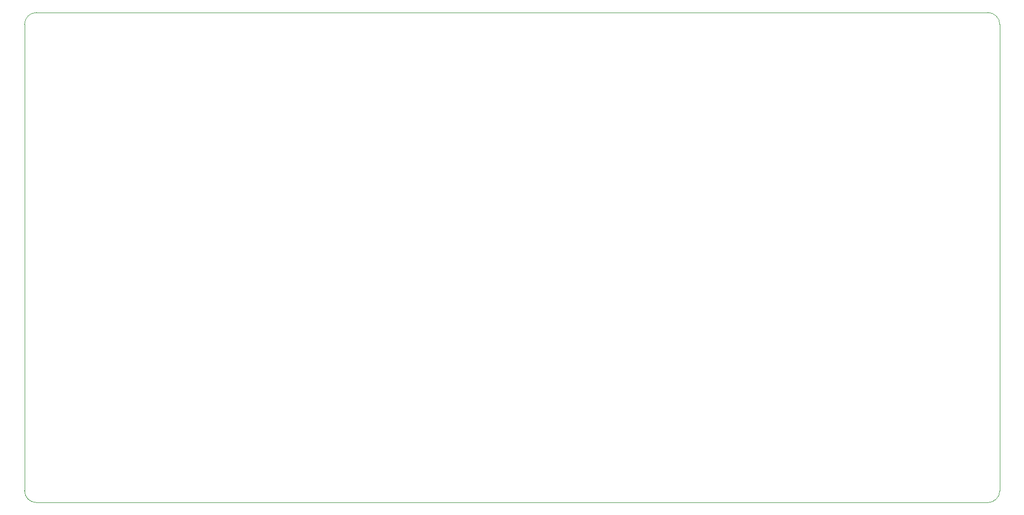
<source format=gbr>
%TF.GenerationSoftware,KiCad,Pcbnew,8.0.6*%
%TF.CreationDate,2025-04-15T16:38:21+01:00*%
%TF.ProjectId,PicoSynth,5069636f-5379-46e7-9468-2e6b69636164,rev?*%
%TF.SameCoordinates,Original*%
%TF.FileFunction,Profile,NP*%
%FSLAX46Y46*%
G04 Gerber Fmt 4.6, Leading zero omitted, Abs format (unit mm)*
G04 Created by KiCad (PCBNEW 8.0.6) date 2025-04-15 16:38:21*
%MOMM*%
%LPD*%
G01*
G04 APERTURE LIST*
%TA.AperFunction,Profile*%
%ADD10C,0.050000*%
%TD*%
G04 APERTURE END LIST*
D10*
X207822800Y-113316000D02*
G75*
G02*
X205822800Y-115316000I-2000000J0D01*
G01*
X207822800Y-113316000D02*
X207822800Y-34893000D01*
X205822800Y-32893000D02*
G75*
G02*
X207822800Y-34893000I0J-2000000D01*
G01*
X45815000Y-115316000D02*
G75*
G02*
X43815000Y-113316000I0J2000000D01*
G01*
X45815000Y-115316000D02*
X205822800Y-115316000D01*
X45815000Y-32893000D02*
X205822800Y-32893000D01*
X43815000Y-34893000D02*
G75*
G02*
X45815000Y-32893000I2000000J0D01*
G01*
X43815000Y-113316000D02*
X43815000Y-34893000D01*
M02*

</source>
